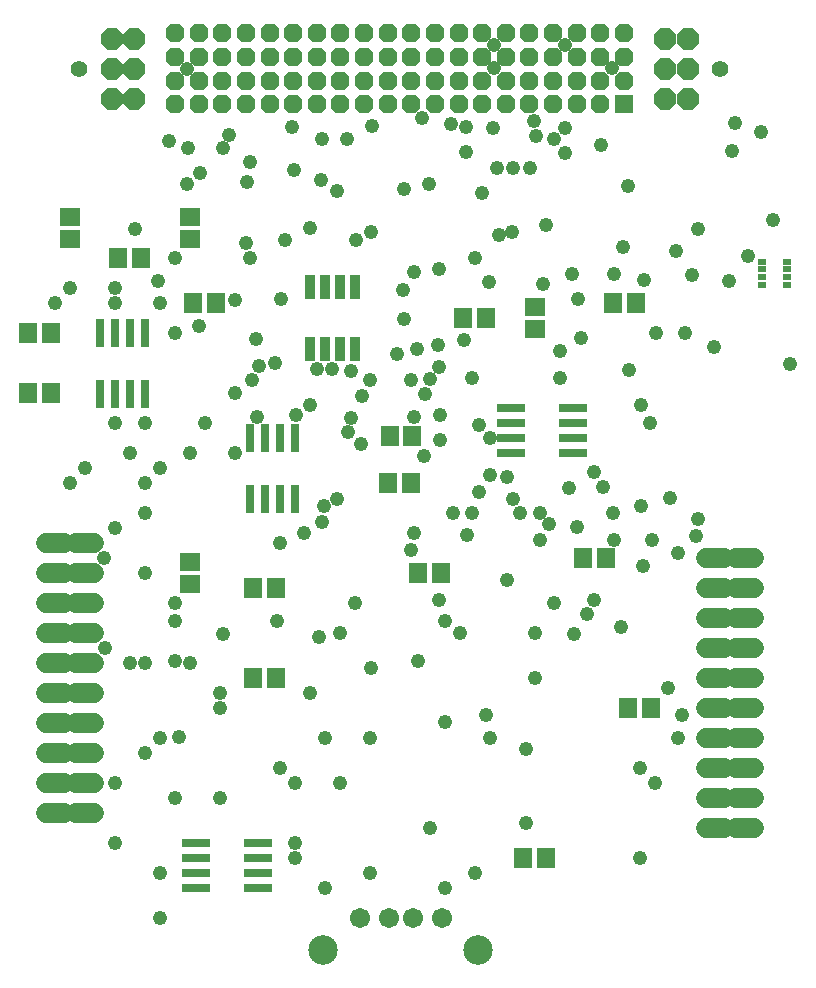
<source format=gts>
G75*
%MOIN*%
%OFA0B0*%
%FSLAX25Y25*%
%IPPOS*%
%LPD*%
%AMOC8*
5,1,8,0,0,1.08239X$1,22.5*
%
%ADD10R,0.03200X0.08300*%
%ADD11C,0.06800*%
%ADD12C,0.05524*%
%ADD13OC8,0.07296*%
%ADD14R,0.06186X0.06186*%
%ADD15OC8,0.06186*%
%ADD16R,0.05918X0.06706*%
%ADD17R,0.06706X0.05918*%
%ADD18R,0.03162X0.09461*%
%ADD19R,0.09461X0.03162*%
%ADD20R,0.02769X0.02178*%
%ADD21C,0.06737*%
%ADD22C,0.09855*%
%ADD23C,0.04762*%
D10*
X0130000Y0245650D03*
X0135000Y0245650D03*
X0140000Y0245650D03*
X0145000Y0245650D03*
X0145000Y0266250D03*
X0140000Y0266250D03*
X0135000Y0266250D03*
X0130000Y0266250D03*
D11*
X0058000Y0180950D02*
X0052000Y0180950D01*
X0048000Y0180950D02*
X0042000Y0180950D01*
X0042000Y0170950D02*
X0048000Y0170950D01*
X0052000Y0170950D02*
X0058000Y0170950D01*
X0058000Y0160950D02*
X0052000Y0160950D01*
X0048000Y0160950D02*
X0042000Y0160950D01*
X0042000Y0150950D02*
X0048000Y0150950D01*
X0052000Y0150950D02*
X0058000Y0150950D01*
X0058000Y0140950D02*
X0052000Y0140950D01*
X0048000Y0140950D02*
X0042000Y0140950D01*
X0042000Y0130950D02*
X0048000Y0130950D01*
X0052000Y0130950D02*
X0058000Y0130950D01*
X0058000Y0120950D02*
X0052000Y0120950D01*
X0048000Y0120950D02*
X0042000Y0120950D01*
X0042000Y0110950D02*
X0048000Y0110950D01*
X0052000Y0110950D02*
X0058000Y0110950D01*
X0058000Y0100950D02*
X0052000Y0100950D01*
X0048000Y0100950D02*
X0042000Y0100950D01*
X0042000Y0090950D02*
X0048000Y0090950D01*
X0052000Y0090950D02*
X0058000Y0090950D01*
X0262000Y0085950D02*
X0268000Y0085950D01*
X0272000Y0085950D02*
X0278000Y0085950D01*
X0278000Y0095950D02*
X0272000Y0095950D01*
X0268000Y0095950D02*
X0262000Y0095950D01*
X0262000Y0105950D02*
X0268000Y0105950D01*
X0272000Y0105950D02*
X0278000Y0105950D01*
X0278000Y0115950D02*
X0272000Y0115950D01*
X0268000Y0115950D02*
X0262000Y0115950D01*
X0262000Y0125950D02*
X0268000Y0125950D01*
X0272000Y0125950D02*
X0278000Y0125950D01*
X0278000Y0135950D02*
X0272000Y0135950D01*
X0268000Y0135950D02*
X0262000Y0135950D01*
X0262000Y0145950D02*
X0268000Y0145950D01*
X0272000Y0145950D02*
X0278000Y0145950D01*
X0278000Y0155950D02*
X0272000Y0155950D01*
X0268000Y0155950D02*
X0262000Y0155950D01*
X0262000Y0165950D02*
X0268000Y0165950D01*
X0272000Y0165950D02*
X0278000Y0165950D01*
X0278000Y0175950D02*
X0272000Y0175950D01*
X0268000Y0175950D02*
X0262000Y0175950D01*
D12*
X0266870Y0338942D03*
X0053130Y0338942D03*
D13*
X0063996Y0339060D03*
X0063996Y0329060D03*
X0071398Y0329060D03*
X0071398Y0339060D03*
X0071398Y0349060D03*
X0063996Y0349060D03*
X0248602Y0349056D03*
X0256004Y0349056D03*
X0256004Y0339056D03*
X0256004Y0329056D03*
X0248602Y0329056D03*
X0248602Y0339056D03*
D14*
X0234803Y0327249D03*
D15*
X0234803Y0335123D03*
X0226929Y0335123D03*
X0226929Y0327249D03*
X0219055Y0327249D03*
X0219055Y0335123D03*
X0211181Y0335123D03*
X0211181Y0327249D03*
X0203307Y0327249D03*
X0195433Y0327249D03*
X0195433Y0335123D03*
X0203307Y0335123D03*
X0203307Y0342997D03*
X0195433Y0342997D03*
X0195433Y0350871D03*
X0203307Y0350871D03*
X0211181Y0350871D03*
X0211181Y0342997D03*
X0219055Y0342997D03*
X0226929Y0342997D03*
X0226929Y0350871D03*
X0219055Y0350871D03*
X0234803Y0350871D03*
X0234803Y0342997D03*
X0187559Y0342997D03*
X0179685Y0342997D03*
X0179685Y0350871D03*
X0187559Y0350871D03*
X0187559Y0335123D03*
X0187559Y0327249D03*
X0179685Y0327249D03*
X0179685Y0335123D03*
X0171811Y0335123D03*
X0171811Y0327249D03*
X0163937Y0327249D03*
X0163937Y0335123D03*
X0156063Y0335123D03*
X0156063Y0327249D03*
X0148189Y0327249D03*
X0148189Y0335123D03*
X0140315Y0335123D03*
X0140315Y0327249D03*
X0132441Y0327249D03*
X0132441Y0335123D03*
X0124567Y0335123D03*
X0124567Y0327249D03*
X0116693Y0327249D03*
X0108819Y0327249D03*
X0108819Y0335123D03*
X0116693Y0335123D03*
X0116693Y0342997D03*
X0124567Y0342997D03*
X0124567Y0350871D03*
X0116693Y0350871D03*
X0108819Y0350871D03*
X0108819Y0342997D03*
X0100945Y0342997D03*
X0093071Y0342997D03*
X0093071Y0350871D03*
X0100945Y0350871D03*
X0100945Y0335123D03*
X0100945Y0327249D03*
X0093071Y0327249D03*
X0093071Y0335123D03*
X0085197Y0335123D03*
X0085197Y0327249D03*
X0085197Y0342997D03*
X0085197Y0350871D03*
X0132441Y0350871D03*
X0132441Y0342997D03*
X0140315Y0342997D03*
X0140315Y0350871D03*
X0148189Y0350871D03*
X0148189Y0342997D03*
X0156063Y0342997D03*
X0156063Y0350871D03*
X0163937Y0350871D03*
X0163937Y0342997D03*
X0171811Y0342997D03*
X0171811Y0350871D03*
D16*
X0231260Y0260950D03*
X0238740Y0260950D03*
X0188740Y0255950D03*
X0181260Y0255950D03*
X0164190Y0216850D03*
X0156710Y0216850D03*
X0156260Y0200950D03*
X0163740Y0200950D03*
X0166260Y0170950D03*
X0173740Y0170950D03*
X0221260Y0175950D03*
X0228740Y0175950D03*
X0236260Y0125950D03*
X0243740Y0125950D03*
X0208740Y0075950D03*
X0201260Y0075950D03*
X0118740Y0135950D03*
X0111260Y0135950D03*
X0111260Y0165950D03*
X0118740Y0165950D03*
X0043740Y0230950D03*
X0036260Y0230950D03*
X0036260Y0250950D03*
X0043740Y0250950D03*
X0066260Y0275950D03*
X0073740Y0275950D03*
X0091260Y0260950D03*
X0098740Y0260950D03*
D17*
X0090000Y0282210D03*
X0090000Y0289690D03*
X0050000Y0289690D03*
X0050000Y0282210D03*
X0090000Y0174690D03*
X0090000Y0167210D03*
X0205000Y0252210D03*
X0205000Y0259690D03*
D18*
X0125000Y0216186D03*
X0120000Y0216186D03*
X0115000Y0216186D03*
X0110000Y0216186D03*
X0110000Y0195714D03*
X0115000Y0195714D03*
X0120000Y0195714D03*
X0125000Y0195714D03*
X0075000Y0230714D03*
X0070000Y0230714D03*
X0065000Y0230714D03*
X0060000Y0230714D03*
X0060000Y0251186D03*
X0065000Y0251186D03*
X0070000Y0251186D03*
X0075000Y0251186D03*
D19*
X0197264Y0225950D03*
X0197264Y0220950D03*
X0197264Y0215950D03*
X0197264Y0210950D03*
X0217736Y0210950D03*
X0217736Y0215950D03*
X0217736Y0220950D03*
X0217736Y0225950D03*
X0112736Y0080950D03*
X0112736Y0075950D03*
X0112736Y0070950D03*
X0112736Y0065950D03*
X0092264Y0065950D03*
X0092264Y0070950D03*
X0092264Y0075950D03*
X0092264Y0080950D03*
D20*
X0280965Y0267111D03*
X0280965Y0269670D03*
X0280965Y0272230D03*
X0280965Y0274789D03*
X0289035Y0274789D03*
X0289035Y0272230D03*
X0289035Y0269670D03*
X0289035Y0267111D03*
D21*
X0174230Y0056142D03*
X0164387Y0056142D03*
X0156513Y0056142D03*
X0146670Y0056142D03*
D22*
X0134584Y0045472D03*
X0186316Y0045472D03*
D23*
X0065000Y0080950D03*
X0080000Y0070950D03*
X0080000Y0055950D03*
X0085000Y0095950D03*
X0075000Y0110950D03*
X0080000Y0115950D03*
X0086375Y0116275D03*
X0100000Y0125950D03*
X0100000Y0130950D03*
X0090000Y0140950D03*
X0085250Y0141700D03*
X0075000Y0140950D03*
X0070000Y0140950D03*
X0061800Y0145950D03*
X0085250Y0155200D03*
X0085000Y0160950D03*
X0075000Y0170950D03*
X0061575Y0175950D03*
X0065000Y0185950D03*
X0075000Y0190950D03*
X0075000Y0200950D03*
X0080000Y0205950D03*
X0090000Y0210950D03*
X0095000Y0220950D03*
X0105000Y0230950D03*
X0110900Y0235300D03*
X0113150Y0240025D03*
X0118425Y0240900D03*
X0112250Y0249025D03*
X0105275Y0262075D03*
X0110000Y0275950D03*
X0108875Y0281200D03*
X0121925Y0282100D03*
X0130025Y0285925D03*
X0139025Y0298525D03*
X0133850Y0302125D03*
X0124775Y0305500D03*
X0134075Y0315625D03*
X0142400Y0315850D03*
X0150725Y0319900D03*
X0167600Y0322600D03*
X0177275Y0320575D03*
X0182225Y0319675D03*
X0182000Y0311350D03*
X0191225Y0319450D03*
X0192350Y0305950D03*
X0197750Y0305950D03*
X0203375Y0305950D03*
X0205400Y0316750D03*
X0204725Y0321700D03*
X0211475Y0315850D03*
X0215075Y0319450D03*
X0215000Y0310950D03*
X0227000Y0313600D03*
X0236225Y0300100D03*
X0234650Y0279850D03*
X0231500Y0270850D03*
X0241625Y0268825D03*
X0252200Y0278500D03*
X0257375Y0270400D03*
X0269750Y0268375D03*
X0276050Y0276700D03*
X0284375Y0288850D03*
X0270725Y0311625D03*
X0271775Y0321025D03*
X0280325Y0318100D03*
X0259400Y0285700D03*
X0255000Y0250950D03*
X0245450Y0251050D03*
X0236450Y0238675D03*
X0240500Y0227200D03*
X0243650Y0220900D03*
X0227675Y0199750D03*
X0224750Y0204700D03*
X0216425Y0199300D03*
X0206750Y0191200D03*
X0209675Y0187375D03*
X0206750Y0182200D03*
X0200000Y0191200D03*
X0197750Y0195700D03*
X0195950Y0202900D03*
X0190100Y0203800D03*
X0186500Y0197950D03*
X0184250Y0191200D03*
X0177750Y0190950D03*
X0182450Y0183550D03*
X0195950Y0168700D03*
X0211475Y0161050D03*
X0222500Y0157450D03*
X0224750Y0161950D03*
X0233750Y0152950D03*
X0218000Y0150700D03*
X0205000Y0150950D03*
X0205000Y0135950D03*
X0190000Y0115950D03*
X0188750Y0123700D03*
X0175250Y0121450D03*
X0166250Y0141700D03*
X0150500Y0139450D03*
X0140000Y0150950D03*
X0133175Y0149575D03*
X0119000Y0155200D03*
X0101000Y0150700D03*
X0130000Y0130950D03*
X0135000Y0115950D03*
X0150000Y0115950D03*
X0140000Y0100950D03*
X0125000Y0100950D03*
X0120000Y0105950D03*
X0100000Y0095950D03*
X0125000Y0080950D03*
X0125000Y0075950D03*
X0135000Y0065950D03*
X0150000Y0070950D03*
X0170000Y0085950D03*
X0185000Y0070950D03*
X0175000Y0065950D03*
X0202250Y0087700D03*
X0202250Y0112450D03*
X0180000Y0150950D03*
X0175250Y0155200D03*
X0173000Y0161950D03*
X0163875Y0178700D03*
X0164900Y0184450D03*
X0168275Y0209875D03*
X0173450Y0215275D03*
X0173450Y0223600D03*
X0168500Y0230575D03*
X0170175Y0235725D03*
X0173225Y0239575D03*
X0172775Y0247000D03*
X0165800Y0245650D03*
X0159050Y0244075D03*
X0163775Y0235300D03*
X0164675Y0223150D03*
X0147350Y0229900D03*
X0150050Y0235300D03*
X0143975Y0238450D03*
X0137450Y0238900D03*
X0132500Y0239125D03*
X0130250Y0227200D03*
X0125525Y0223600D03*
X0112475Y0222925D03*
X0105000Y0210950D03*
X0120000Y0180950D03*
X0128000Y0184450D03*
X0134075Y0188050D03*
X0134750Y0193450D03*
X0139250Y0195700D03*
X0147125Y0213925D03*
X0142850Y0217975D03*
X0143750Y0222700D03*
X0161525Y0255775D03*
X0161125Y0265225D03*
X0164675Y0271300D03*
X0173000Y0272425D03*
X0185000Y0275950D03*
X0189875Y0267925D03*
X0193025Y0283675D03*
X0197525Y0284800D03*
X0187625Y0297625D03*
X0169775Y0300725D03*
X0161525Y0298975D03*
X0150400Y0284600D03*
X0145325Y0281875D03*
X0120350Y0262525D03*
X0093125Y0253525D03*
X0085000Y0250950D03*
X0080000Y0260950D03*
X0079625Y0268375D03*
X0085000Y0275950D03*
X0071750Y0285700D03*
X0065000Y0265950D03*
X0065000Y0260950D03*
X0050000Y0265950D03*
X0045000Y0260950D03*
X0065000Y0220950D03*
X0070000Y0210950D03*
X0075000Y0220950D03*
X0055000Y0205950D03*
X0050000Y0200950D03*
X0065000Y0100950D03*
X0145000Y0160950D03*
X0190100Y0215950D03*
X0186500Y0220450D03*
X0184250Y0236200D03*
X0181325Y0248575D03*
X0207875Y0267250D03*
X0217325Y0270850D03*
X0219350Y0262525D03*
X0220475Y0249475D03*
X0213500Y0245200D03*
X0213500Y0236200D03*
X0240500Y0193450D03*
X0231275Y0191200D03*
X0231500Y0182200D03*
X0241175Y0173425D03*
X0244100Y0181975D03*
X0252875Y0177700D03*
X0258725Y0183325D03*
X0259325Y0189100D03*
X0250000Y0195950D03*
X0219100Y0186400D03*
X0249500Y0132700D03*
X0254000Y0123700D03*
X0252750Y0115950D03*
X0240000Y0105950D03*
X0245000Y0100950D03*
X0240000Y0075950D03*
X0290000Y0240700D03*
X0264800Y0246325D03*
X0208775Y0287050D03*
X0191450Y0339250D03*
X0191450Y0346900D03*
X0215075Y0346900D03*
X0230825Y0339250D03*
X0124175Y0319675D03*
X0110000Y0308200D03*
X0109100Y0301225D03*
X0101000Y0312700D03*
X0103250Y0317200D03*
X0093575Y0304375D03*
X0089075Y0300775D03*
X0089525Y0312700D03*
X0083000Y0314950D03*
X0089075Y0339025D03*
M02*

</source>
